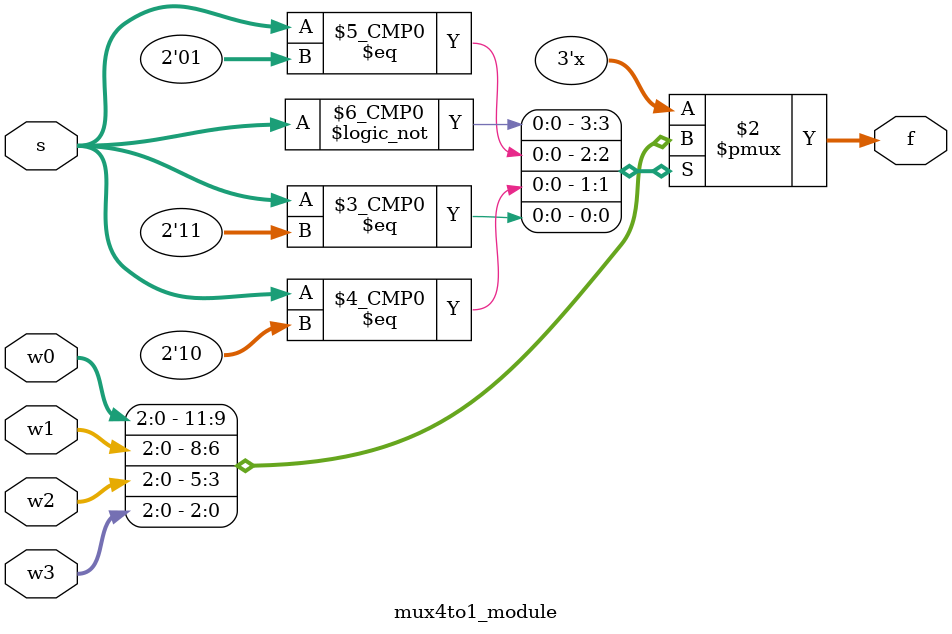
<source format=v>
module mux4to1_module(input [2:0] w0,
                      input [2:0] w1,
                      input [2:0] w2,
                      input [2:0] w3,
                      input [1:0] s,
                      output reg [2:0] f);
    always @(*) begin
        case (s)
            0: f = w0;
            1: f = w1;
            2: f = w2;
            3: f = w3;
            default: f = 4'bx;
        endcase
    end
endmodule
</source>
